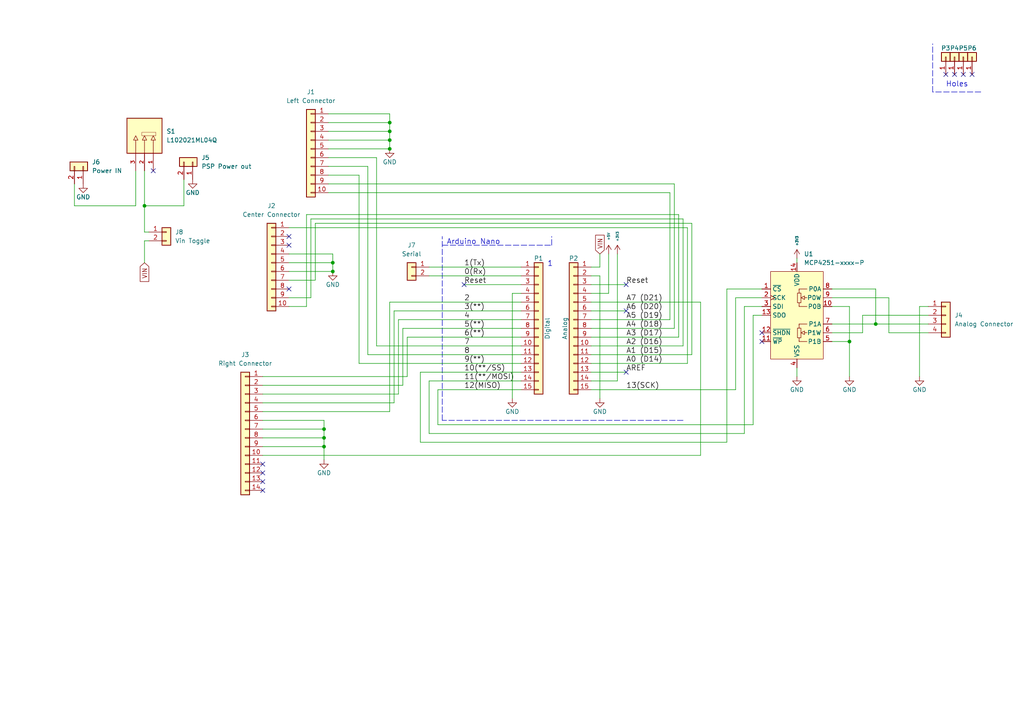
<source format=kicad_sch>
(kicad_sch (version 20211123) (generator eeschema)
  (paper "A4")
  (title_block (date "jeu. 02 avril 2015"))
  (lib_symbols
    (symbol "Connector_Generic:Conn_01x01" (pin_names (offset 1.016) hide)
      (property "Reference" "J" (at 0 2.54 0))
      (property "Value" "Conn_01x01" (at 0 -2.54 0))
      (symbol "Conn_01x01_1_1"
        (rectangle (start -1.27 0.127) (end 0 -0.127) (stroke (width 0.1524)))
        (rectangle (start -1.27 1.27) (end 1.27 -1.27) (stroke (width 0.254)) (fill (type background)))
        (pin passive line (at -5.08 0 0) (length 3.81) (name "Pin_1") (number "1"))
      )
    )
    (symbol "Connector_Generic:Conn_01x02" (pin_names (offset 1.016) hide)
      (property "Reference" "J" (at 0 2.54 0))
      (property "Value" "Conn_01x02" (at 0 -5.08 0))
      (symbol "Conn_01x02_1_1"
        (rectangle (start -1.27 -2.413) (end 0 -2.667) (stroke (width 0.1524)))
        (rectangle (start -1.27 0.127) (end 0 -0.127) (stroke (width 0.1524)))
        (rectangle (start -1.27 1.27) (end 1.27 -3.81) (stroke (width 0.254)) (fill (type background)))
        (pin passive line (at -5.08 0 0) (length 3.81) (name "Pin_1") (number "1"))
        (pin passive line (at -5.08 -2.54 0) (length 3.81) (name "Pin_2") (number "2"))
      )
    )
    (symbol "Connector_Generic:Conn_01x04" (pin_names (offset 1.016) hide)
      (property "Reference" "J" (at 0 5.08 0))
      (property "Value" "Conn_01x04" (at 0 -7.62 0))
      (symbol "Conn_01x04_1_1"
        (rectangle (start -1.27 -4.953) (end 0 -5.207) (stroke (width 0.1524)))
        (rectangle (start -1.27 -2.413) (end 0 -2.667) (stroke (width 0.1524)))
        (rectangle (start -1.27 0.127) (end 0 -0.127) (stroke (width 0.1524)))
        (rectangle (start -1.27 2.667) (end 0 2.413) (stroke (width 0.1524)))
        (rectangle (start -1.27 3.81) (end 1.27 -6.35) (stroke (width 0.254)) (fill (type background)))
        (pin passive line (at -5.08 2.54 0) (length 3.81) (name "Pin_1") (number "1"))
        (pin passive line (at -5.08 0 0) (length 3.81) (name "Pin_2") (number "2"))
        (pin passive line (at -5.08 -2.54 0) (length 3.81) (name "Pin_3") (number "3"))
        (pin passive line (at -5.08 -5.08 0) (length 3.81) (name "Pin_4") (number "4"))
      )
    )
    (symbol "Connector_Generic:Conn_01x10" (pin_names (offset 1.016) hide)
      (property "Reference" "J" (at 0 12.7 0))
      (property "Value" "Conn_01x10" (at 0 -15.24 0))
      (symbol "Conn_01x10_1_1"
        (rectangle (start -1.27 -12.573) (end 0 -12.827) (stroke (width 0.1524)))
        (rectangle (start -1.27 -10.033) (end 0 -10.287) (stroke (width 0.1524)))
        (rectangle (start -1.27 -7.493) (end 0 -7.747) (stroke (width 0.1524)))
        (rectangle (start -1.27 -4.953) (end 0 -5.207) (stroke (width 0.1524)))
        (rectangle (start -1.27 -2.413) (end 0 -2.667) (stroke (width 0.1524)))
        (rectangle (start -1.27 0.127) (end 0 -0.127) (stroke (width 0.1524)))
        (rectangle (start -1.27 2.667) (end 0 2.413) (stroke (width 0.1524)))
        (rectangle (start -1.27 5.207) (end 0 4.953) (stroke (width 0.1524)))
        (rectangle (start -1.27 7.747) (end 0 7.493) (stroke (width 0.1524)))
        (rectangle (start -1.27 10.287) (end 0 10.033) (stroke (width 0.1524)))
        (rectangle (start -1.27 11.43) (end 1.27 -13.97) (stroke (width 0.254)) (fill (type background)))
        (pin passive line (at -5.08 10.16 0) (length 3.81) (name "Pin_1") (number "1"))
        (pin passive line (at -5.08 -12.7 0) (length 3.81) (name "Pin_10") (number "10"))
        (pin passive line (at -5.08 7.62 0) (length 3.81) (name "Pin_2") (number "2"))
        (pin passive line (at -5.08 5.08 0) (length 3.81) (name "Pin_3") (number "3"))
        (pin passive line (at -5.08 2.54 0) (length 3.81) (name "Pin_4") (number "4"))
        (pin passive line (at -5.08 0 0) (length 3.81) (name "Pin_5") (number "5"))
        (pin passive line (at -5.08 -2.54 0) (length 3.81) (name "Pin_6") (number "6"))
        (pin passive line (at -5.08 -5.08 0) (length 3.81) (name "Pin_7") (number "7"))
        (pin passive line (at -5.08 -7.62 0) (length 3.81) (name "Pin_8") (number "8"))
        (pin passive line (at -5.08 -10.16 0) (length 3.81) (name "Pin_9") (number "9"))
      )
    )
    (symbol "Connector_Generic:Conn_01x14" (pin_names (offset 1.016) hide)
      (property "Reference" "J" (at 0 17.78 0))
      (property "Value" "Conn_01x14" (at 0 -20.32 0))
      (symbol "Conn_01x14_1_1"
        (rectangle (start -1.27 -17.653) (end 0 -17.907) (stroke (width 0.1524)))
        (rectangle (start -1.27 -15.113) (end 0 -15.367) (stroke (width 0.1524)))
        (rectangle (start -1.27 -12.573) (end 0 -12.827) (stroke (width 0.1524)))
        (rectangle (start -1.27 -10.033) (end 0 -10.287) (stroke (width 0.1524)))
        (rectangle (start -1.27 -7.493) (end 0 -7.747) (stroke (width 0.1524)))
        (rectangle (start -1.27 -4.953) (end 0 -5.207) (stroke (width 0.1524)))
        (rectangle (start -1.27 -2.413) (end 0 -2.667) (stroke (width 0.1524)))
        (rectangle (start -1.27 0.127) (end 0 -0.127) (stroke (width 0.1524)))
        (rectangle (start -1.27 2.667) (end 0 2.413) (stroke (width 0.1524)))
        (rectangle (start -1.27 5.207) (end 0 4.953) (stroke (width 0.1524)))
        (rectangle (start -1.27 7.747) (end 0 7.493) (stroke (width 0.1524)))
        (rectangle (start -1.27 10.287) (end 0 10.033) (stroke (width 0.1524)))
        (rectangle (start -1.27 12.827) (end 0 12.573) (stroke (width 0.1524)))
        (rectangle (start -1.27 15.367) (end 0 15.113) (stroke (width 0.1524)))
        (rectangle (start -1.27 16.51) (end 1.27 -19.05) (stroke (width 0.254)) (fill (type background)))
        (pin passive line (at -5.08 15.24 0) (length 3.81) (name "Pin_1") (number "1"))
        (pin passive line (at -5.08 -7.62 0) (length 3.81) (name "Pin_10") (number "10"))
        (pin passive line (at -5.08 -10.16 0) (length 3.81) (name "Pin_11") (number "11"))
        (pin passive line (at -5.08 -12.7 0) (length 3.81) (name "Pin_12") (number "12"))
        (pin passive line (at -5.08 -15.24 0) (length 3.81) (name "Pin_13") (number "13"))
        (pin passive line (at -5.08 -17.78 0) (length 3.81) (name "Pin_14") (number "14"))
        (pin passive line (at -5.08 12.7 0) (length 3.81) (name "Pin_2") (number "2"))
        (pin passive line (at -5.08 10.16 0) (length 3.81) (name "Pin_3") (number "3"))
        (pin passive line (at -5.08 7.62 0) (length 3.81) (name "Pin_4") (number "4"))
        (pin passive line (at -5.08 5.08 0) (length 3.81) (name "Pin_5") (number "5"))
        (pin passive line (at -5.08 2.54 0) (length 3.81) (name "Pin_6") (number "6"))
        (pin passive line (at -5.08 0 0) (length 3.81) (name "Pin_7") (number "7"))
        (pin passive line (at -5.08 -2.54 0) (length 3.81) (name "Pin_8") (number "8"))
        (pin passive line (at -5.08 -5.08 0) (length 3.81) (name "Pin_9") (number "9"))
      )
    )
    (symbol "Connector_Generic:Conn_01x15" (pin_names (offset 1.016) hide)
      (property "Reference" "J" (at 0 20.32 0))
      (property "Value" "Conn_01x15" (at 0 -20.32 0))
      (symbol "Conn_01x15_1_1"
        (rectangle (start -1.27 -17.653) (end 0 -17.907) (stroke (width 0.1524)))
        (rectangle (start -1.27 -15.113) (end 0 -15.367) (stroke (width 0.1524)))
        (rectangle (start -1.27 -12.573) (end 0 -12.827) (stroke (width 0.1524)))
        (rectangle (start -1.27 -10.033) (end 0 -10.287) (stroke (width 0.1524)))
        (rectangle (start -1.27 -7.493) (end 0 -7.747) (stroke (width 0.1524)))
        (rectangle (start -1.27 -4.953) (end 0 -5.207) (stroke (width 0.1524)))
        (rectangle (start -1.27 -2.413) (end 0 -2.667) (stroke (width 0.1524)))
        (rectangle (start -1.27 0.127) (end 0 -0.127) (stroke (width 0.1524)))
        (rectangle (start -1.27 2.667) (end 0 2.413) (stroke (width 0.1524)))
        (rectangle (start -1.27 5.207) (end 0 4.953) (stroke (width 0.1524)))
        (rectangle (start -1.27 7.747) (end 0 7.493) (stroke (width 0.1524)))
        (rectangle (start -1.27 10.287) (end 0 10.033) (stroke (width 0.1524)))
        (rectangle (start -1.27 12.827) (end 0 12.573) (stroke (width 0.1524)))
        (rectangle (start -1.27 15.367) (end 0 15.113) (stroke (width 0.1524)))
        (rectangle (start -1.27 17.907) (end 0 17.653) (stroke (width 0.1524)))
        (rectangle (start -1.27 19.05) (end 1.27 -19.05) (stroke (width 0.254)) (fill (type background)))
        (pin passive line (at -5.08 17.78 0) (length 3.81) (name "Pin_1") (number "1"))
        (pin passive line (at -5.08 -5.08 0) (length 3.81) (name "Pin_10") (number "10"))
        (pin passive line (at -5.08 -7.62 0) (length 3.81) (name "Pin_11") (number "11"))
        (pin passive line (at -5.08 -10.16 0) (length 3.81) (name "Pin_12") (number "12"))
        (pin passive line (at -5.08 -12.7 0) (length 3.81) (name "Pin_13") (number "13"))
        (pin passive line (at -5.08 -15.24 0) (length 3.81) (name "Pin_14") (number "14"))
        (pin passive line (at -5.08 -17.78 0) (length 3.81) (name "Pin_15") (number "15"))
        (pin passive line (at -5.08 15.24 0) (length 3.81) (name "Pin_2") (number "2"))
        (pin passive line (at -5.08 12.7 0) (length 3.81) (name "Pin_3") (number "3"))
        (pin passive line (at -5.08 10.16 0) (length 3.81) (name "Pin_4") (number "4"))
        (pin passive line (at -5.08 7.62 0) (length 3.81) (name "Pin_5") (number "5"))
        (pin passive line (at -5.08 5.08 0) (length 3.81) (name "Pin_6") (number "6"))
        (pin passive line (at -5.08 2.54 0) (length 3.81) (name "Pin_7") (number "7"))
        (pin passive line (at -5.08 0 0) (length 3.81) (name "Pin_8") (number "8"))
        (pin passive line (at -5.08 -2.54 0) (length 3.81) (name "Pin_9") (number "9"))
      )
    )
    (symbol "L102021ML04Q:L102021ML04Q" (pin_names (offset 1.016) hide)
      (property "Reference" "S" (at -5.08 6.35 0))
      (property "Value" "L102021ML04Q" (at -5.08 -6.35 0))
      (symbol "L102021ML04Q_0_0"
        (rectangle (start -5.08 -5.08) (end 5.08 5.08) (stroke (width 0.254)) (fill (type background)))
        (polyline (pts (xy -5.08 -2.54) (xy -1.27 -2.54)) (stroke (width 0.1524)))
        (polyline (pts (xy -5.08 0) (xy -1.27 0)) (stroke (width 0.1524)))
        (polyline (pts (xy -5.08 2.54) (xy -1.27 2.54)) (stroke (width 0.1524)))
        (polyline (pts (xy -1.27 -1.905) (xy -1.27 -3.175) (xy 0 -2.54) (xy -1.27 -1.905)) (stroke (width 0.1524)) (fill (type background)))
        (polyline (pts (xy -1.27 0.635) (xy -1.27 -0.635) (xy 0 0) (xy -1.27 0.635)) (stroke (width 0.1524)) (fill (type background)))
        (polyline (pts (xy -1.27 3.175) (xy -1.27 1.905) (xy 0 2.54) (xy -1.27 3.175)) (stroke (width 0.1524)) (fill (type background)))
        (polyline (pts (xy 0 3.302) (xy 0 -0.762) (xy 1.016 -0.762) (xy 1.016 3.302) (xy 0 3.302)) (stroke (width 0.0254)) (fill (type background)))
        (pin passive line (at -10.16 2.54 0) (length 5.08) (name "~") (number "1"))
        (pin passive line (at -10.16 0 0) (length 5.08) (name "~") (number "2"))
        (pin passive line (at -10.16 -2.54 0) (length 5.08) (name "~") (number "3"))
      )
    )
    (symbol "Potentiometer_Digital:MCP4251-xxxx-P"
      (property "Reference" "U" (at -0.508 18.288 0))
      (property "Value" "MCP4251-xxxx-P" (at -0.508 20.32 0))
      (symbol "MCP4251-xxxx-P_0_1"
        (polyline (pts (xy 0 12.7) (xy 7.62 12.7) (xy 7.62 0) (xy 7.62 -12.7) (xy -7.62 -12.7) (xy -7.62 12.7) (xy 0 12.7)) (fill (type background)))
      )
      (symbol "MCP4251-xxxx-P_1_1"
        (polyline (pts (xy 0.635 -7.366) (xy 0.635 -6.5278)))
        (polyline (pts (xy 0.635 -2.7686) (xy 0.635 -3.7084)))
        (polyline (pts (xy 0.635 2.794) (xy 0.635 3.6322)))
        (polyline (pts (xy 0.635 7.3914) (xy 0.635 6.4516)))
        (polyline (pts (xy 2.2098 -5.0546) (xy 2.921 -5.0546)))
        (polyline (pts (xy 2.2098 5.1054) (xy 2.921 5.1054)))
        (polyline (pts (xy 0.635 -7.62) (xy 0.635 -7.366) (xy 0.635 -7.366)) (fill (type background)))
        (polyline (pts (xy 0.635 -7.62) (xy 2.921 -7.62) (xy 2.921 -7.62)) (fill (type background)))
        (polyline (pts (xy 0.635 -2.54) (xy 0.635 -2.794) (xy 0.635 -2.794)))
        (polyline (pts (xy 0.635 -2.54) (xy 2.921 -2.54) (xy 2.921 -2.54)) (fill (type background)))
        (polyline (pts (xy 0.635 2.54) (xy 0.635 2.794) (xy 0.635 2.794)) (fill (type background)))
        (polyline (pts (xy 0.635 2.54) (xy 2.921 2.54) (xy 2.921 2.54)) (fill (type background)))
        (polyline (pts (xy 0.635 7.62) (xy 0.635 7.366) (xy 0.635 7.366)))
        (polyline (pts (xy 0.635 7.62) (xy 2.921 7.62) (xy 2.921 7.62)) (fill (type background)))
        (polyline (pts (xy 2.2098 -4.572) (xy 2.2098 -5.588) (xy 1.1938 -5.08) (xy 2.2098 -4.572) (xy 2.2098 -4.572)) (fill (type background)))
        (polyline (pts (xy 2.2098 5.588) (xy 2.2098 4.572) (xy 1.1938 5.08) (xy 2.2098 5.588) (xy 2.2098 5.588)) (fill (type background)))
        (rectangle (start 0.1524 -3.7338) (end 1.1684 -6.5278))
        (rectangle (start 0.1524 6.4262) (end 1.1684 3.6322))
        (pin input line (at -10.16 7.62 0) (length 2.54) (name "~{CS}") (number "1"))
        (pin passive line (at 10.16 2.54 180) (length 2.54) (name "P0B") (number "10"))
        (pin input line (at -10.16 -7.62 0) (length 2.54) (name "~{WP}") (number "11"))
        (pin input line (at -10.16 -5.08 0) (length 2.54) (name "~{SHDN}") (number "12"))
        (pin output line (at -10.16 0 0) (length 2.54) (name "SDO") (number "13"))
        (pin power_in line (at 0 15.24 270) (length 2.54) (name "VDD") (number "14"))
        (pin input clock (at -10.16 5.08 0) (length 2.54) (name "SCK") (number "2"))
        (pin input line (at -10.16 2.54 0) (length 2.54) (name "SDI") (number "3"))
        (pin power_in line (at 0 -15.24 90) (length 2.54) (name "VSS") (number "4"))
        (pin passive line (at 10.16 -7.62 180) (length 2.54) (name "P1B") (number "5"))
        (pin passive line (at 10.16 -5.08 180) (length 2.54) (name "P1W") (number "6"))
        (pin passive line (at 10.16 -2.54 180) (length 2.54) (name "P1A") (number "7"))
        (pin passive line (at 10.16 7.62 180) (length 2.54) (name "P0A") (number "8"))
        (pin passive line (at 10.16 5.08 180) (length 2.54) (name "P0W") (number "9"))
      )
    )
    (symbol "power:+3V3" (power) (pin_names (offset 0))
      (property "Value" "+3V3" (at 0 3.556 0))
      (symbol "+3V3_0_1"
        (polyline (pts (xy -0.762 1.27) (xy 0 2.54)))
        (polyline (pts (xy 0 0) (xy 0 2.54)))
        (polyline (pts (xy 0 2.54) (xy 0.762 1.27)))
      )
      (symbol "+3V3_1_1"
        (pin power_in line (at 0 0 90) (length 0) hide (name "+3V3") (number "1"))
      )
    )
    (symbol "power:+5V" (power) (pin_names (offset 0))
      (property "Value" "+5V" (at 0 3.556 0))
      (symbol "+5V_0_1"
        (polyline (pts (xy -0.762 1.27) (xy 0 2.54)))
        (polyline (pts (xy 0 0) (xy 0 2.54)))
        (polyline (pts (xy 0 2.54) (xy 0.762 1.27)))
      )
      (symbol "+5V_1_1"
        (pin power_in line (at 0 0 90) (length 0) hide (name "+5V") (number "1"))
      )
    )
    (symbol "power:GND" (power) (pin_names (offset 0))
      (property "Value" "GND" (at 0 -3.81 0))
      (symbol "GND_0_1"
        (polyline (pts (xy 0 0) (xy 0 -1.27) (xy 1.27 -1.27) (xy 0 -2.54) (xy -1.27 -1.27) (xy 0 -1.27)))
      )
      (symbol "GND_1_1"
        (pin power_in line (at 0 0 270) (length 0) hide (name "GND") (number "1"))
      )
    )
  )
  (junction (at 96.52 76.2))
  (junction (at 113.03 40.64))
  (junction (at 254 93.98))
  (junction (at 41.91 59.69))
  (junction (at 113.03 35.56))
  (junction (at 113.03 43.18))
  (junction (at 96.52 78.74))
  (junction (at 113.03 38.1))
  (junction (at 93.98 129.54))
  (junction (at 246.38 99.06))
  (junction (at 93.98 124.46))
  (junction (at 93.98 127))
  (no_connect (at 181.61 82.55))
  (no_connect (at 276.86 21.59))
  (no_connect (at 281.94 21.59))
  (no_connect (at 274.32 21.59))
  (no_connect (at 44.45 49.53))
  (no_connect (at 76.2 134.62))
  (no_connect (at 76.2 137.16))
  (no_connect (at 76.2 139.7))
  (no_connect (at 76.2 142.24))
  (no_connect (at 279.4 21.59))
  (no_connect (at 83.82 68.58))
  (no_connect (at 83.82 71.12))
  (no_connect (at 83.82 83.82))
  (no_connect (at 220.98 99.06))
  (no_connect (at 220.98 96.52))
  (no_connect (at 181.61 90.17))
  (no_connect (at 181.61 107.95))
  (no_connect (at 134.62 82.55))
  (wire (pts (xy 114.3 90.17) (xy 151.13 90.17)))
  (wire (pts (xy 21.59 53.34) (xy 21.59 59.69)))
  (wire (pts (xy 76.2 114.3) (xy 115.57 114.3)))
  (wire (pts (xy 194.31 55.88) (xy 194.31 92.71)))
  (wire (pts (xy 53.34 59.69) (xy 53.34 52.07)))
  (wire (pts (xy 76.2 111.76) (xy 116.84 111.76)))
  (wire (pts (xy 95.25 45.72) (xy 109.22 45.72)))
  (wire (pts (xy 39.37 59.69) (xy 39.37 49.53)))
  (wire (pts (xy 93.98 127) (xy 93.98 129.54)))
  (wire (pts (xy 179.07 73.66) (xy 179.07 110.49)))
  (wire (pts (xy 181.61 107.95) (xy 171.45 107.95)))
  (wire (pts (xy 88.9 62.23) (xy 196.85 62.23)))
  (wire (pts (xy 93.98 124.46) (xy 93.98 127)))
  (wire (pts (xy 196.85 62.23) (xy 196.85 97.79)))
  (wire (pts (xy 213.36 86.36) (xy 213.36 113.03)))
  (wire (pts (xy 198.12 63.5) (xy 198.12 100.33)))
  (wire (pts (xy 171.45 100.33) (xy 198.12 100.33)))
  (wire (pts (xy 241.3 93.98) (xy 254 93.98)))
  (wire (pts (xy 173.99 77.47) (xy 173.99 73.66)))
  (wire (pts (xy 115.57 92.71) (xy 151.13 92.71)))
  (wire (pts (xy 90.17 63.5) (xy 198.12 63.5)))
  (wire (pts (xy 241.3 86.36) (xy 257.81 86.36)))
  (wire (pts (xy 127 123.19) (xy 127 113.03)))
  (wire (pts (xy 200.66 64.77) (xy 200.66 102.87)))
  (wire (pts (xy 215.9 125.73) (xy 124.46 125.73)))
  (wire (pts (xy 113.03 33.02) (xy 113.03 35.56)))
  (wire (pts (xy 246.38 99.06) (xy 246.38 109.22)))
  (wire (pts (xy 231.14 109.22) (xy 231.14 106.68)))
  (wire (pts (xy 96.52 76.2) (xy 96.52 78.74)))
  (wire (pts (xy 269.24 88.9) (xy 266.7 88.9)))
  (wire (pts (xy 76.2 132.08) (xy 203.2 132.08)))
  (wire (pts (xy 151.13 82.55) (xy 134.62 82.55)))
  (wire (pts (xy 83.82 86.36) (xy 90.17 86.36)))
  (wire (pts (xy 266.7 88.9) (xy 266.7 109.22)))
  (wire (pts (xy 250.19 96.52) (xy 250.19 91.44)))
  (wire (pts (xy 95.25 35.56) (xy 113.03 35.56)))
  (wire (pts (xy 113.03 87.63) (xy 113.03 119.38)))
  (polyline (pts (xy 160.02 71.12) (xy 160.02 68.58)) (stroke (width 0) (type dash)))
  (wire (pts (xy 116.84 95.25) (xy 151.13 95.25)))
  (wire (pts (xy 171.45 77.47) (xy 173.99 77.47)))
  (wire (pts (xy 113.03 87.63) (xy 151.13 87.63)))
  (wire (pts (xy 176.53 85.09) (xy 171.45 85.09)))
  (wire (pts (xy 241.3 88.9) (xy 246.38 88.9)))
  (wire (pts (xy 199.39 66.04) (xy 199.39 105.41)))
  (polyline (pts (xy 284.48 26.67) (xy 270.51 26.67)) (stroke (width 0) (type dash)))
  (wire (pts (xy 121.92 128.27) (xy 210.82 128.27)))
  (wire (pts (xy 95.25 55.88) (xy 194.31 55.88)))
  (wire (pts (xy 95.25 38.1) (xy 113.03 38.1)))
  (wire (pts (xy 83.82 73.66) (xy 96.52 73.66)))
  (wire (pts (xy 171.45 113.03) (xy 213.36 113.03)))
  (wire (pts (xy 124.46 110.49) (xy 151.13 110.49)))
  (wire (pts (xy 257.81 86.36) (xy 257.81 96.52)))
  (wire (pts (xy 171.45 97.79) (xy 196.85 97.79)))
  (wire (pts (xy 91.44 81.28) (xy 91.44 64.77)))
  (wire (pts (xy 83.82 76.2) (xy 96.52 76.2)))
  (wire (pts (xy 181.61 90.17) (xy 171.45 90.17)))
  (wire (pts (xy 118.11 109.22) (xy 118.11 97.79)))
  (wire (pts (xy 241.3 99.06) (xy 246.38 99.06)))
  (wire (pts (xy 109.22 100.33) (xy 151.13 100.33)))
  (wire (pts (xy 95.25 33.02) (xy 113.03 33.02)))
  (wire (pts (xy 41.91 59.69) (xy 53.34 59.69)))
  (wire (pts (xy 210.82 128.27) (xy 210.82 83.82)))
  (wire (pts (xy 43.18 69.85) (xy 41.91 69.85)))
  (wire (pts (xy 76.2 119.38) (xy 113.03 119.38)))
  (wire (pts (xy 124.46 77.47) (xy 151.13 77.47)))
  (polyline (pts (xy 128.27 121.92) (xy 128.27 68.58)) (stroke (width 0) (type dash)))
  (wire (pts (xy 96.52 73.66) (xy 96.52 76.2)))
  (wire (pts (xy 41.91 67.31) (xy 41.91 59.69)))
  (wire (pts (xy 220.98 88.9) (xy 215.9 88.9)))
  (wire (pts (xy 127 113.03) (xy 151.13 113.03)))
  (wire (pts (xy 104.14 105.41) (xy 151.13 105.41)))
  (wire (pts (xy 220.98 86.36) (xy 213.36 86.36)))
  (wire (pts (xy 173.99 115.57) (xy 173.99 80.01)))
  (wire (pts (xy 95.25 50.8) (xy 104.14 50.8)))
  (wire (pts (xy 121.92 107.95) (xy 151.13 107.95)))
  (wire (pts (xy 121.92 128.27) (xy 121.92 107.95)))
  (wire (pts (xy 113.03 43.18) (xy 113.03 40.64)))
  (wire (pts (xy 95.25 43.18) (xy 113.03 43.18)))
  (wire (pts (xy 76.2 129.54) (xy 93.98 129.54)))
  (wire (pts (xy 106.68 48.26) (xy 106.68 102.87)))
  (wire (pts (xy 203.2 132.08) (xy 203.2 87.63)))
  (wire (pts (xy 181.61 82.55) (xy 171.45 82.55)))
  (wire (pts (xy 104.14 50.8) (xy 104.14 105.41)))
  (wire (pts (xy 76.2 109.22) (xy 118.11 109.22)))
  (wire (pts (xy 171.45 102.87) (xy 200.66 102.87)))
  (wire (pts (xy 124.46 80.01) (xy 151.13 80.01)))
  (wire (pts (xy 93.98 129.54) (xy 93.98 133.35)))
  (wire (pts (xy 173.99 80.01) (xy 171.45 80.01)))
  (wire (pts (xy 95.25 40.64) (xy 113.03 40.64)))
  (wire (pts (xy 218.44 91.44) (xy 218.44 123.19)))
  (wire (pts (xy 76.2 121.92) (xy 93.98 121.92)))
  (wire (pts (xy 215.9 88.9) (xy 215.9 125.73)))
  (wire (pts (xy 179.07 110.49) (xy 171.45 110.49)))
  (wire (pts (xy 21.59 59.69) (xy 39.37 59.69)))
  (wire (pts (xy 41.91 69.85) (xy 41.91 76.2)))
  (wire (pts (xy 171.45 92.71) (xy 194.31 92.71)))
  (wire (pts (xy 115.57 114.3) (xy 115.57 92.71)))
  (wire (pts (xy 176.53 73.66) (xy 176.53 85.09)))
  (wire (pts (xy 195.58 53.34) (xy 195.58 95.25)))
  (wire (pts (xy 76.2 127) (xy 93.98 127)))
  (wire (pts (xy 246.38 88.9) (xy 246.38 99.06)))
  (wire (pts (xy 148.59 85.09) (xy 148.59 115.57)))
  (wire (pts (xy 250.19 91.44) (xy 269.24 91.44)))
  (wire (pts (xy 41.91 49.53) (xy 41.91 59.69)))
  (wire (pts (xy 83.82 81.28) (xy 91.44 81.28)))
  (polyline (pts (xy 128.27 71.12) (xy 160.02 71.12)) (stroke (width 0) (type dash)))
  (wire (pts (xy 220.98 91.44) (xy 218.44 91.44)))
  (wire (pts (xy 83.82 78.74) (xy 96.52 78.74)))
  (wire (pts (xy 88.9 88.9) (xy 88.9 62.23)))
  (wire (pts (xy 116.84 111.76) (xy 116.84 95.25)))
  (wire (pts (xy 218.44 123.19) (xy 127 123.19)))
  (wire (pts (xy 114.3 116.84) (xy 114.3 90.17)))
  (wire (pts (xy 241.3 96.52) (xy 250.19 96.52)))
  (wire (pts (xy 95.25 48.26) (xy 106.68 48.26)))
  (wire (pts (xy 254 83.82) (xy 254 93.98)))
  (wire (pts (xy 171.45 87.63) (xy 203.2 87.63)))
  (wire (pts (xy 113.03 35.56) (xy 113.03 38.1)))
  (wire (pts (xy 90.17 86.36) (xy 90.17 63.5)))
  (wire (pts (xy 93.98 121.92) (xy 93.98 124.46)))
  (wire (pts (xy 43.18 67.31) (xy 41.91 67.31)))
  (wire (pts (xy 171.45 95.25) (xy 195.58 95.25)))
  (wire (pts (xy 118.11 97.79) (xy 151.13 97.79)))
  (wire (pts (xy 113.03 38.1) (xy 113.03 40.64)))
  (wire (pts (xy 106.68 102.87) (xy 151.13 102.87)))
  (polyline (pts (xy 198.12 121.92) (xy 128.27 121.92)) (stroke (width 0) (type dash)))
  (wire (pts (xy 210.82 83.82) (xy 220.98 83.82)))
  (wire (pts (xy 83.82 88.9) (xy 88.9 88.9)))
  (wire (pts (xy 231.14 74.93) (xy 231.14 76.2)))
  (wire (pts (xy 95.25 53.34) (xy 195.58 53.34)))
  (wire (pts (xy 257.81 96.52) (xy 269.24 96.52)))
  (wire (pts (xy 91.44 64.77) (xy 200.66 64.77)))
  (wire (pts (xy 241.3 83.82) (xy 254 83.82)))
  (wire (pts (xy 151.13 85.09) (xy 148.59 85.09)))
  (wire (pts (xy 254 93.98) (xy 269.24 93.98)))
  (wire (pts (xy 76.2 124.46) (xy 93.98 124.46)))
  (wire (pts (xy 109.22 45.72) (xy 109.22 100.33)))
  (polyline (pts (xy 270.51 26.67) (xy 270.51 12.7)) (stroke (width 0) (type dash)))
  (wire (pts (xy 76.2 116.84) (xy 114.3 116.84)))
  (wire (pts (xy 124.46 125.73) (xy 124.46 110.49)))
  (wire (pts (xy 171.45 105.41) (xy 199.39 105.41)))
  (wire (pts (xy 83.82 66.04) (xy 199.39 66.04)))
  (text "Holes" (at 274.32 25.4 0) (effects (font (size 1.524 1.524)) (justify left bottom)))
  (text "Arduino Nano" (at 129.54 71.12 0) (effects (font (size 1.524 1.524)) (justify left bottom)))
  (text "1" (at 158.75 77.47 0) (effects (font (size 1.524 1.524)) (justify left bottom)))
  (label "8" (at 134.62 102.87 0) (effects (font (size 1.524 1.524))))
  (label "A2 (D16)" (at 181.61 100.33 0) (effects (font (size 1.524 1.524))))
  (label "12(MISO)" (at 134.62 113.03 0) (effects (font (size 1.524 1.524))))
  (label "0(Rx)" (at 134.62 80.01 0) (effects (font (size 1.524 1.524))))
  (label "13(SCK)" (at 181.61 113.03 0) (effects (font (size 1.524 1.524))))
  (label "2" (at 134.62 87.63 0) (effects (font (size 1.524 1.524))))
  (label "Reset" (at 181.61 82.55 0) (effects (font (size 1.524 1.524))))
  (label "A6 (D20)" (at 181.61 90.17 0) (effects (font (size 1.524 1.524))))
  (label "A0 (D14)" (at 181.61 105.41 0) (effects (font (size 1.524 1.524))))
  (label "A1 (D15)" (at 181.61 102.87 0) (effects (font (size 1.524 1.524))))
  (label "4" (at 134.62 92.71 0) (effects (font (size 1.524 1.524))))
  (label "5(**)" (at 134.62 95.25 0) (effects (font (size 1.524 1.524))))
  (label "A3 (D17)" (at 181.61 97.79 0) (effects (font (size 1.524 1.524))))
  (label "7" (at 134.62 100.33 0) (effects (font (size 1.524 1.524))))
  (label "1(Tx)" (at 134.62 77.47 0) (effects (font (size 1.524 1.524))))
  (label "A7 (D21)" (at 181.61 87.63 0) (effects (font (size 1.524 1.524))))
  (label "11(**/MOSI)" (at 134.62 110.49 0) (effects (font (size 1.524 1.524))))
  (label "6(**)" (at 134.62 97.79 0) (effects (font (size 1.524 1.524))))
  (label "A5 (D19)" (at 181.61 92.71 0) (effects (font (size 1.524 1.524))))
  (label "Reset" (at 134.62 82.55 0) (effects (font (size 1.524 1.524))))
  (label "9(**)" (at 134.62 105.41 0) (effects (font (size 1.524 1.524))))
  (label "3(**)" (at 134.62 90.17 0) (effects (font (size 1.524 1.524))))
  (label "A4 (D18)" (at 181.61 95.25 0) (effects (font (size 1.524 1.524))))
  (label "10(**/SS)" (at 134.62 107.95 0) (effects (font (size 1.524 1.524))))
  (label "AREF" (at 181.61 107.95 0) (effects (font (size 1.524 1.524))))
  (global_label "VIN" (shape input) (at 173.99 73.66 90) (property "Intersheet References" "${INTERSHEET_REFS}" (effects hide)))
  (global_label "VIN" (shape input) (at 41.91 76.2 270) (property "Intersheet References" "${INTERSHEET_REFS}" (effects hide)))
  (symbol (lib_id "Connector_Generic:Conn_01x01") (at 274.32 16.51 90) (unit 1)
    (property "Reference" "P3" (at 274.32 13.97 90))
    (property "Value" "CONN_01X01" (effects hide))
    (property "Footprint" "Socket_Arduino_Nano:1pin_Nano" (effects hide))
  )
  (symbol (lib_id "Connector_Generic:Conn_01x01") (at 276.86 16.51 90) (unit 1)
    (property "Reference" "P4" (at 276.86 13.97 90))
    (property "Value" "CONN_01X01" (effects hide))
    (property "Footprint" "Socket_Arduino_Nano:1pin_Nano" (effects hide))
  )
  (symbol (lib_id "Connector_Generic:Conn_01x01") (at 279.4 16.51 90) (unit 1)
    (property "Reference" "P5" (at 279.4 13.97 90))
    (property "Value" "CONN_01X01" (effects hide))
    (property "Footprint" "Socket_Arduino_Nano:1pin_Nano" (effects hide))
  )
  (symbol (lib_id "Connector_Generic:Conn_01x01") (at 281.94 16.51 90) (unit 1)
    (property "Reference" "P6" (at 281.94 13.97 90))
    (property "Value" "CONN_01X01" (effects hide))
    (property "Footprint" "Socket_Arduino_Nano:1pin_Nano" (effects hide))
  )
  (symbol (lib_id "Connector_Generic:Conn_01x15") (at 156.21 95.25 0) (unit 1)
    (property "Reference" "P1" (at 156.21 74.93 0))
    (property "Value" "Digital" (at 158.75 95.25 90))
    (property "Footprint" "Socket_Arduino_Nano:Socket_Strip_Arduino_1x15" (effects hide))
  )
  (symbol (lib_id "Connector_Generic:Conn_01x15") (at 166.37 95.25 0) (mirror y) (unit 1)
    (property "Reference" "P2" (at 166.37 74.93 0))
    (property "Value" "Analog" (at 163.83 95.25 90))
    (property "Footprint" "Socket_Arduino_Nano:Socket_Strip_Arduino_1x15" (effects hide))
  )
  (symbol (lib_id "power:GND") (at 148.59 115.57 0) (unit 1)
    (property "Reference" "#PWR01" (effects hide))
    (property "Value" "GND" (at 148.59 119.38 0))
  )
  (symbol (lib_id "power:GND") (at 173.99 115.57 0) (unit 1)
    (property "Reference" "#PWR02" (effects hide))
    (property "Value" "GND" (at 173.99 119.38 0))
  )
  (symbol (lib_id "power:+5V") (at 176.53 73.66 0) (unit 1)
    (property "Reference" "#PWR03" (effects hide))
    (property "Value" "+5V" (at 176.53 68.58 90) (effects (font (size 0.7112 0.7112))))
  )
  (symbol (lib_id "power:+3V3") (at 179.07 73.66 0) (unit 1)
    (property "Reference" "#PWR04" (effects hide))
    (property "Value" "+3.3V" (at 179.07 68.58 90) (effects (font (size 0.7112 0.7112))))
  )
  (symbol (lib_id "Potentiometer_Digital:MCP4251-xxxx-P") (at 231.14 91.44 0) (unit 1)
    (property "Reference" "U1" (at 233.1594 73.66 0) (effects (justify left)))
    (property "Value" "MCP4251-xxxx-P" (at 233.1594 76.2 0) (effects (justify left)))
    (property "Footprint" "Package_DIP:DIP-14_W7.62mm" (effects hide))
    (property "Datasheet" "http://ww1.microchip.com/downloads/en/devicedoc/22060b.pdf" (effects hide))
  )
  (symbol (lib_id "power:GND") (at 55.88 52.07 0) (unit 1)
    (property "Reference" "#PWR0107" (effects hide))
    (property "Value" "GND" (at 55.88 55.88 0))
  )
  (symbol (lib_id "power:GND") (at 24.13 53.34 0) (unit 1)
    (property "Reference" "#PWR0106" (effects hide))
    (property "Value" "GND" (at 24.13 57.15 0))
  )
  (symbol (lib_id "Connector_Generic:Conn_01x02") (at 55.88 46.99 270) (mirror x) (unit 1)
    (property "Reference" "J5" (at 58.42 45.7199 90) (effects (justify left)))
    (property "Value" "PSP Power out" (at 58.42 48.2599 90) (effects (justify left)))
    (property "Footprint" "Connector_PinHeader_2.54mm:PinHeader_1x02_P2.54mm_Vertical" (effects hide))
  )
  (symbol (lib_id "Connector_Generic:Conn_01x02") (at 24.13 48.26 270) (mirror x) (unit 1)
    (property "Reference" "J6" (at 26.67 46.9899 90) (effects (justify left)))
    (property "Value" "Power IN" (at 26.67 49.5299 90) (effects (justify left)))
    (property "Footprint" "Connector_PinHeader_2.54mm:PinHeader_1x02_P2.54mm_Vertical" (effects hide))
  )
  (symbol (lib_id "power:GND") (at 231.14 109.22 0) (unit 1)
    (property "Reference" "#PWR0102" (effects hide))
    (property "Value" "GND" (at 231.14 113.03 0))
  )
  (symbol (lib_id "L102021ML04Q:L102021ML04Q") (at 41.91 39.37 270) (mirror x) (unit 1)
    (property "Reference" "S1" (at 48.26 38.0999 90) (effects (justify left)))
    (property "Value" "L102021ML04Q" (at 48.26 40.6399 90) (effects (justify left)))
    (property "Footprint" "L102021ML04Q:SW_L102021ML04Q" (effects hide))
    (property "STANDARD" "Manufacturer Recommendations" (effects hide))
    (property "PARTREV" "N/A" (effects hide))
    (property "MAXIMUM_PACKAGE_HEIGHT" "7.92mm" (effects hide))
    (property "MANUFACTURER" "C&K" (effects hide))
  )
  (symbol (lib_id "power:GND") (at 93.98 133.35 0) (unit 1)
    (property "Reference" "#PWR0109" (effects hide))
    (property "Value" "GND" (at 93.98 137.16 0))
  )
  (symbol (lib_id "power:GND") (at 266.7 109.22 0) (unit 1)
    (property "Reference" "#PWR0103" (effects hide))
    (property "Value" "GND" (at 266.7 113.03 0))
  )
  (symbol (lib_id "Connector_Generic:Conn_01x14") (at 71.12 124.46 0) (mirror y) (unit 1)
    (property "Reference" "J3" (at 71.12 102.87 0))
    (property "Value" "Right Connector" (at 71.12 105.41 0))
    (property "Footprint" "Connector_FFC-FPC:Hirose_FH12-14S-0.5SH_1x14-1MP_P0.50mm_Horizontal" (effects hide))
  )
  (symbol (lib_id "power:+3V3") (at 231.14 74.93 0) (unit 1)
    (property "Reference" "#PWR0101" (effects hide))
    (property "Value" "+3.3V" (at 231.14 69.85 90) (effects (font (size 0.7112 0.7112))))
  )
  (symbol (lib_id "Connector_Generic:Conn_01x02") (at 119.38 77.47 0) (mirror y) (unit 1)
    (property "Reference" "J7" (at 119.38 71.12 0))
    (property "Value" "Serial" (at 119.38 73.66 0))
    (property "Footprint" "Connector_PinHeader_2.54mm:PinHeader_1x02_P2.54mm_Vertical" (effects hide))
  )
  (symbol (lib_id "Connector_Generic:Conn_01x04") (at 274.32 91.44 0) (unit 1)
    (property "Reference" "J4" (at 276.86 91.4399 0) (effects (justify left)))
    (property "Value" "Analog Connector" (at 276.86 93.9799 0) (effects (justify left)))
    (property "Footprint" "Connector_PinHeader_2.54mm:PinHeader_1x04_P2.54mm_Vertical" (effects hide))
  )
  (symbol (lib_id "Connector_Generic:Conn_01x02") (at 48.26 67.31 0) (unit 1)
    (property "Reference" "J8" (at 50.8 67.3099 0) (effects (justify left)))
    (property "Value" "Vin Toggle" (at 50.8 69.8499 0) (effects (justify left)))
    (property "Footprint" "Connector_PinHeader_2.54mm:PinHeader_1x02_P2.54mm_Vertical" (effects hide))
  )
  (symbol (lib_id "power:GND") (at 96.52 78.74 0) (unit 1)
    (property "Reference" "#PWR0105" (effects hide))
    (property "Value" "GND" (at 96.52 82.55 0))
  )
  (symbol (lib_id "Connector_Generic:Conn_01x10") (at 78.74 76.2 0) (mirror y) (unit 1)
    (property "Reference" "J2" (at 78.74 59.69 0))
    (property "Value" "Center Connector" (at 78.74 62.23 0))
    (property "Footprint" "Connector_FFC-FPC:Hirose_FH12-10S-0.5SH_1x10-1MP_P0.50mm_Horizontal" (effects hide))
  )
  (symbol (lib_id "power:GND") (at 246.38 109.22 0) (unit 1)
    (property "Reference" "#PWR0104" (effects hide))
    (property "Value" "GND" (at 246.38 113.03 0))
  )
  (symbol (lib_id "Connector_Generic:Conn_01x10") (at 90.17 43.18 0) (mirror y) (unit 1)
    (property "Reference" "J1" (at 90.17 26.67 0))
    (property "Value" "Left Connector" (at 90.17 29.21 0))
    (property "Footprint" "Connector_FFC-FPC:Hirose_FH12-10S-0.5SH_1x10-1MP_P0.50mm_Horizontal" (effects hide))
  )
  (symbol (lib_id "power:GND") (at 113.03 43.18 0) (unit 1)
    (property "Reference" "#PWR0108" (effects hide))
    (property "Value" "GND" (at 113.03 46.99 0))
  )
)
</source>
